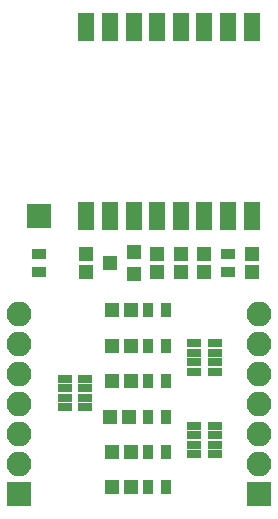
<source format=gbr>
G04 #@! TF.GenerationSoftware,KiCad,Pcbnew,(5.0.0)*
G04 #@! TF.CreationDate,2018-12-13T13:47:45+00:00*
G04 #@! TF.ProjectId,LoraThing,4C6F72615468696E672E6B696361645F,rev?*
G04 #@! TF.SameCoordinates,Original*
G04 #@! TF.FileFunction,Soldermask,Top*
G04 #@! TF.FilePolarity,Negative*
%FSLAX46Y46*%
G04 Gerber Fmt 4.6, Leading zero omitted, Abs format (unit mm)*
G04 Created by KiCad (PCBNEW (5.0.0)) date 12/13/18 13:47:45*
%MOMM*%
%LPD*%
G01*
G04 APERTURE LIST*
%ADD10R,2.100000X2.100000*%
%ADD11O,2.100000X2.100000*%
%ADD12R,1.200000X1.200000*%
%ADD13R,1.150000X1.200000*%
%ADD14R,0.900000X1.300000*%
%ADD15R,1.300000X0.900000*%
%ADD16R,1.300000X1.200000*%
%ADD17R,1.400000X2.400000*%
%ADD18R,1.300000X0.800000*%
G04 APERTURE END LIST*
D10*
G04 #@! TO.C,J2*
X133620000Y-68580000D03*
D11*
X133620000Y-66040000D03*
X133620000Y-63500000D03*
X133620000Y-60960000D03*
X133620000Y-58420000D03*
X133620000Y-55880000D03*
X133620000Y-53340000D03*
G04 #@! TD*
D10*
G04 #@! TO.C,J1*
X113300000Y-68580000D03*
D11*
X113300000Y-66040000D03*
X113300000Y-63500000D03*
X113300000Y-60960000D03*
X113300000Y-58420000D03*
X113300000Y-55880000D03*
X113300000Y-53340000D03*
G04 #@! TD*
D12*
G04 #@! TO.C,D7*
X133000000Y-48200000D03*
X133000000Y-49800000D03*
G04 #@! TD*
D13*
G04 #@! TO.C,C1*
X119000000Y-48250000D03*
X119000000Y-49750000D03*
G04 #@! TD*
G04 #@! TO.C,C2*
X125000000Y-48250000D03*
X125000000Y-49750000D03*
G04 #@! TD*
G04 #@! TO.C,C3*
X129000000Y-49750000D03*
X129000000Y-48250000D03*
G04 #@! TD*
G04 #@! TO.C,C4*
X127000000Y-48250000D03*
X127000000Y-49750000D03*
G04 #@! TD*
D12*
G04 #@! TO.C,D1*
X122800000Y-68000000D03*
X121200000Y-68000000D03*
G04 #@! TD*
G04 #@! TO.C,D2*
X121200000Y-65000000D03*
X122800000Y-65000000D03*
G04 #@! TD*
G04 #@! TO.C,D3*
X122600000Y-62000000D03*
X121000000Y-62000000D03*
G04 #@! TD*
G04 #@! TO.C,D4*
X121200000Y-59000000D03*
X122800000Y-59000000D03*
G04 #@! TD*
G04 #@! TO.C,D5*
X122800000Y-56000000D03*
X121200000Y-56000000D03*
G04 #@! TD*
G04 #@! TO.C,D6*
X121200000Y-53000000D03*
X122800000Y-53000000D03*
G04 #@! TD*
D10*
G04 #@! TO.C,J3*
X115000000Y-45000000D03*
G04 #@! TD*
D14*
G04 #@! TO.C,R1*
X125750000Y-68000000D03*
X124250000Y-68000000D03*
G04 #@! TD*
G04 #@! TO.C,R2*
X124250000Y-65000000D03*
X125750000Y-65000000D03*
G04 #@! TD*
G04 #@! TO.C,R3*
X125750000Y-62000000D03*
X124250000Y-62000000D03*
G04 #@! TD*
G04 #@! TO.C,R4*
X125750000Y-59000000D03*
X124250000Y-59000000D03*
G04 #@! TD*
G04 #@! TO.C,R5*
X124250000Y-56000000D03*
X125750000Y-56000000D03*
G04 #@! TD*
G04 #@! TO.C,R6*
X125750000Y-53000000D03*
X124250000Y-53000000D03*
G04 #@! TD*
D15*
G04 #@! TO.C,R7*
X131000000Y-49750000D03*
X131000000Y-48250000D03*
G04 #@! TD*
G04 #@! TO.C,R8*
X115000000Y-49750000D03*
X115000000Y-48250000D03*
G04 #@! TD*
D16*
G04 #@! TO.C,U1*
X121000000Y-49000000D03*
X123000000Y-48050000D03*
X123000000Y-49950000D03*
G04 #@! TD*
D17*
G04 #@! TO.C,U2*
X133000000Y-45000000D03*
X131000000Y-45000000D03*
X129000000Y-45000000D03*
X127000000Y-45000000D03*
X125000000Y-45000000D03*
X123000000Y-45000000D03*
X121000000Y-45000000D03*
X119000000Y-45000000D03*
X119000000Y-29000000D03*
X121000000Y-29000000D03*
X123000000Y-29000000D03*
X125000000Y-29000000D03*
X127000000Y-29000000D03*
X129000000Y-29000000D03*
X131000000Y-29000000D03*
X133000000Y-29000000D03*
G04 #@! TD*
D18*
G04 #@! TO.C,RN1*
X117150000Y-58800000D03*
X117150000Y-59600000D03*
X117150000Y-60400000D03*
X117150000Y-61200000D03*
X118850000Y-58800000D03*
X118850000Y-61200000D03*
X118850000Y-59600000D03*
X118850000Y-60400000D03*
G04 #@! TD*
G04 #@! TO.C,RN2*
X129850000Y-64400000D03*
X129850000Y-63600000D03*
X129850000Y-65200000D03*
X129850000Y-62800000D03*
X128150000Y-65200000D03*
X128150000Y-64400000D03*
X128150000Y-63600000D03*
X128150000Y-62800000D03*
G04 #@! TD*
G04 #@! TO.C,RN3*
X128150000Y-55800000D03*
X128150000Y-56600000D03*
X128150000Y-57400000D03*
X128150000Y-58200000D03*
X129850000Y-55800000D03*
X129850000Y-58200000D03*
X129850000Y-56600000D03*
X129850000Y-57400000D03*
G04 #@! TD*
M02*

</source>
